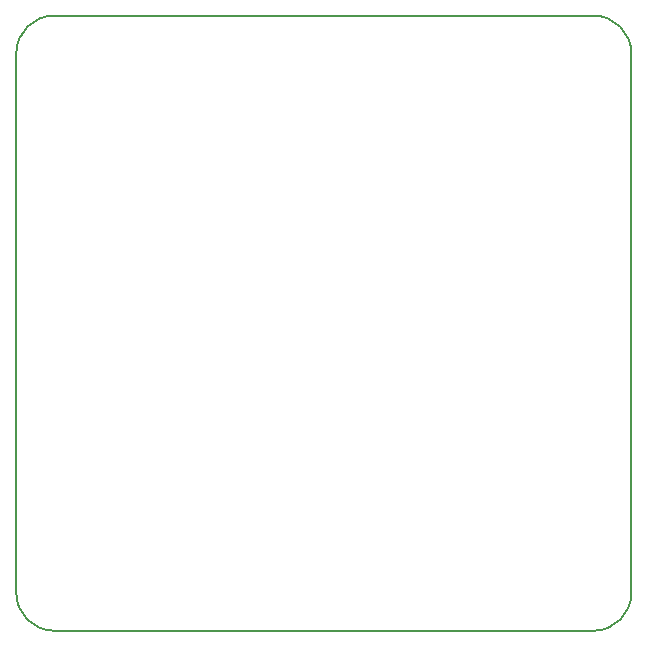
<source format=gm1>
%TF.GenerationSoftware,KiCad,Pcbnew,4.0.6-e0-6349~53~ubuntu16.04.1*%
%TF.CreationDate,2017-03-19T18:17:34+05:30*%
%TF.ProjectId,feather_v3,666561746865725F76332E6B69636164,rev?*%
%TF.FileFunction,Profile,NP*%
%FSLAX46Y46*%
G04 Gerber Fmt 4.6, Leading zero omitted, Abs format (unit mm)*
G04 Created by KiCad (PCBNEW 4.0.6-e0-6349~53~ubuntu16.04.1) date Sun Mar 19 18:17:34 2017*
%MOMM*%
%LPD*%
G01*
G04 APERTURE LIST*
%ADD10C,0.101600*%
%ADD11C,0.150000*%
G04 APERTURE END LIST*
D10*
D11*
X78740000Y-90805000D02*
G75*
G03X75565000Y-93980000I0J-3175000D01*
G01*
X75565000Y-139700000D02*
G75*
G03X78740000Y-142875000I3175000J0D01*
G01*
X124460000Y-142875000D02*
G75*
G03X127635000Y-139700000I0J3175000D01*
G01*
X127635000Y-93980000D02*
G75*
G03X124460000Y-90805000I-3175000J0D01*
G01*
X127635000Y-139700000D02*
X127635000Y-93980000D01*
X78740000Y-142875000D02*
X124460000Y-142875000D01*
X75565000Y-93980000D02*
X75565000Y-139700000D01*
X124460000Y-90805000D02*
X78740000Y-90805000D01*
M02*

</source>
